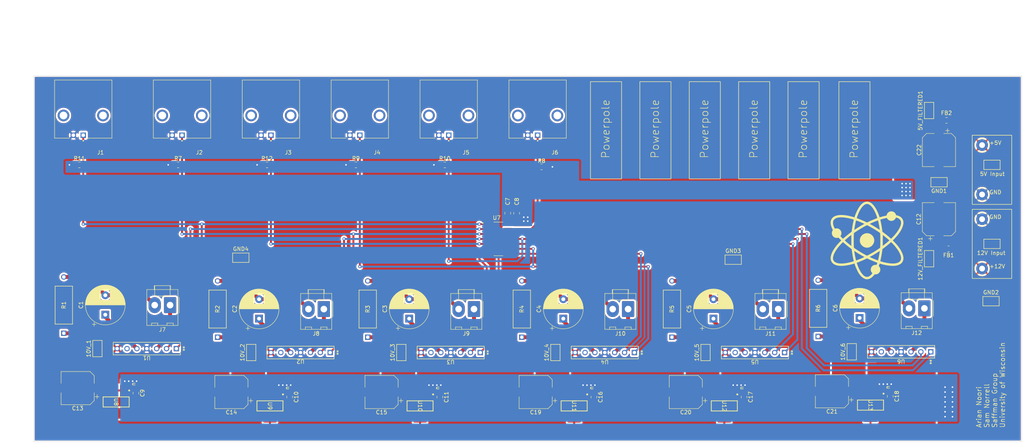
<source format=kicad_pcb>
(kicad_pcb (version 20221018) (generator pcbnew)
  (title_block (title "ShutterDriver_v2.0 PCB") (date "2023-12-06") (rev "1") (company "Saffman Group at UW-Madison") (comment 1 "Arian Noori"))
  (layers (0 "F.Cu" signal) (31 "B.Cu" signal) (34 "B.Paste" user) (35 "F.Paste" user) (36 "B.SilkS" user "B.Silkscreen") (37 "F.SilkS" user "F.Silkscreen") (38 "B.Mask" user) (39 "F.Mask" user) (44 "Edge.Cuts" user))
  (net 0 "")
  (net 1 "/H_Bridge_Out1")
  (net 2 "M1_OUT2")
  (net 3 "/H_Bridge_Out2")
  (net 4 "M2_OUT2")
  (net 5 "/H_Bridge_Out3")
  (net 6 "M3_OUT2")
  (net 7 "/H_Bridge_Out4")
  (net 8 "M4_OUT2")
  (net 9 "/H_Bridge_Out5")
  (net 10 "M5_OUT2")
  (net 11 "/H_Bridge_Out6")
  (net 12 "M6_OUT2")
  (net 13 "+5V")
  (net 14 "GND")
  (net 15 "12V_Filtered")
  (net 16 "10V_1")
  (net 17 "10V_2")
  (net 18 "10V_3")
  (net 19 "10V_4")
  (net 20 "10V_5")
  (net 21 "10V_6")
  (net 22 "/Power/12V_Raw")
  (net 23 "/Power/5V_Raw")
  (net 24 "IN1")
  (net 25 "IN2")
  (net 26 "IN3")
  (net 27 "IN4")
  (net 28 "IN5")
  (net 29 "IN6")
  (net 30 "M1_OUT1")
  (net 31 "M2_OUT1")
  (net 32 "M3_OUT1")
  (net 33 "M4_OUT1")
  (net 34 "M5_OUT1")
  (net 35 "M6_OUT1")
  (net 36 "INV_IN1")
  (net 38 "INV_IN2")
  (net 40 "INV_IN3")
  (net 42 "INV_IN4")
  (net 44 "INV_IN5")
  (net 46 "INV_IN6")
  (footprint "Capacitor_SMD:CP_Elec_8x11.9" (layer "F.Cu") (at 111.379 140.589 180)
    (fp_text reference "C15")
    (fp_text value "330 uF")
  )
  (footprint "Capacitor_SMD:C_0805_2012Metric_Pad1.18x1.45mm_HandSolder" (layer "F.Cu") (at 143.829 94.5935 90)
    (fp_text reference "C7")
    (fp_text value "0.01uF")
  )
  (footprint "FMP200FRF52_220R:YAG_FMP200_YAG" (layer "F.Cu") (at 186.055 126.492 90)
    (fp_text reference "R5")
    (fp_text value "220 Ohms")
  )
  (footprint "FMP200FRF52_220R:YAG_FMP200_YAG" (layer "F.Cu") (at 69.215 126.492 90)
    (fp_text reference "R2")
    (fp_text value "220 Ohms")
  )
  (footprint "Connector_Molex:Molex_KK-396_A-41791-0002_1x02_P3.96mm_Vertical" (layer "F.Cu") (at 250.975 119.0625 180)
    (fp_text reference "J12")
    (fp_text value "Conn_01x02_Pin")
  )
  (footprint "Connector_Molex:Molex_KK-396_A-41791-0002_1x02_P3.96mm_Vertical" (layer "F.Cu") (at 96.543 119.253 180)
    (fp_text reference "J8")
    (fp_text value "Conn_01x02_Pin")
  )
  (footprint "FMP200FRF52_220R:YAG_FMP200_YAG" (layer "F.Cu") (at 147.447 126.492 90)
    (fp_text reference "R4")
    (fp_text value "220 Ohms")
  )
  (footprint "Capacitor_SMD:CP_Elec_8x11.9" (layer "F.Cu") (at 254.716 96.139 90)
    (fp_text reference "C12")
    (fp_text value "330 uF")
  )
  (footprint "Capacitor_SMD:CP_Elec_8x11.9" (layer "F.Cu") (at 151.003 140.589 180)
    (fp_text reference "C19")
    (fp_text value "330 uF")
  )
  (footprint "Capacitor_SMD:CP_Elec_8x11.9" (layer "F.Cu") (at 254.716 78.359 -90)
    (fp_text reference "C22")
    (fp_text value "330 uF")
  )
  (footprint "TestPoint:TestPoint_Keystone_5019_Minature" (layer "F.Cu") (at 201.803 106.553)
    (fp_text reference "GND3")
    (fp_text value "TestPoint")
  )
  (footprint "Capacitor_SMD:C_0805_2012Metric_Pad1.18x1.45mm_HandSolder" (layer "F.Cu") (at 146.115 94.615 90)
    (fp_text reference "C8")
    (fp_text value "0.1uF")
  )
  (footprint "Resistor_SMD:R_0805_2012Metric_Pad1.20x1.40mm_HandSolder" (layer "F.Cu") (at 257.191 103.759 180)
    (fp_text reference "FB1")
    (fp_text value "120 Ohms @ 100MHz 6A")
  )
  (footprint "LM2940IMP_10_NOPB:DCY0004A_M" (layer "F.Cu") (at 160.909 144.145 -90)
    (fp_text reference "U11")
    (fp_text value "LM2940IMP-10/NOPB")
  )
  (footprint "Resistor_SMD:R_0805_2012Metric_Pad1.20x1.40mm_HandSolder" (layer "F.Cu") (at 81.931 82.169)
    (fp_text reference "R12")
    (fp_text value "1K Ohms")
  )
  (footprint "Capacitor_SMD:C_0805_2012Metric_Pad1.18x1.45mm_HandSolder" (layer "F.Cu") (at 165.989 141.8805 -90)
    (fp_text reference "C16")
    (fp_text value "0.47uF")
  )
  (footprint "Connector_Pin:Pin_D1.3mm_L11.0mm_LooseFit" (layer "F.Cu") (at 265.811 96.139 90)
    (fp_text reference "J14" hide)
    (fp_text value "Conn_01x01_Socket")
  )
  (footprint "LM2940IMP_10_NOPB:DCY0004A_M" (layer "F.Cu") (at 43.134 143.129 -90)
    (fp_text reference "U8")
    (fp_text value "LM2940IMP-10/NOPB")
  )
  (footprint "Capacitor_THT:CP_Radial_D10.0mm_P5.00mm" (layer "F.Cu") (at 196.723 121.713 90)
    (fp_text reference "C5")
    (fp_text value "220uF")
  )
  (footprint "CONBNC002:LINX_CONBNC002" (layer "F.Cu") (at 82.931 69.469 180)
    (fp_text reference "J3")
    (fp_text value "Conn_Coaxial")
  )
  (footprint "Capacitor_SMD:CP_Elec_8x11.9" (layer "F.Cu") (at 72.771 140.589 180)
    (fp_text reference "C14")
    (fp_text value "330 uF")
  )
  (footprint "Capacitor_SMD:CP_Elec_8x11.9" (layer "F.Cu") (at 33.228 139.573 180)
    (fp_text reference "C13")
    (fp_text value "330 uF")
  )
  (footprint "Connector_Molex:Molex_KK-396_A-41791-0002_1x02_P3.96mm_Vertical" (layer "F.Cu") (at 57 118.237 180)
    (fp_text reference "J7")
    (fp_text value "Conn_01x02_Pin")
  )
  (footprint "Capacitor_THT:CP_Radial_D10.0mm_P5.00mm" (layer "F.Cu") (at 234.315 121.5225 90)
    (fp_text reference "C6")
    (fp_text value "220uF")
  )
  (footprint "TestPoint:TestPoint_Keystone_5019_Minature" (layer "F.Cu") (at 252.176 106.299 90)
    (fp_text reference "12V_FILTERED1")
    (fp_text value "TestPoint")
  )
  (footprint "Capacitor_THT:CP_Radial_D10.0mm_P5.00mm" (layer "F.Cu") (at 118.491 121.713 90)
    (fp_text reference "C3")
    (fp_text value "220uF")
  )
  (footprint "Capacitor_THT:CP_Radial_D10.0mm_P5.00mm" (layer "F.Cu") (at 79.883 121.713 90)
    (fp_text reference "C2")
    (fp_text value "220uF")
  )
  (footprint "LM2940IMP_10_NOPB:DCY0004A_M" (layer "F.Cu") (at 121.285 144.145 -90)
    (fp_text reference "U10")
    (fp_text value "LM2940IMP-10/NOPB")
  )
  (footprint "Resistor_SMD:R_0805_2012Metric_Pad1.20x1.40mm_HandSolder" (layer "F.Cu") (at 127.651 82.169)
    (fp_text reference "R10")
    (fp_text value "1K Ohms")
  )
  (footprint "TestPoint:TestPoint_Keystone_5019_Minature" (layer "F.Cu") (at 252.176 68.199 90)
    (fp_text reference "5V_FILTERED1")
    (fp_text value "TestPoint")
  )
  (footprint "TB6568KQ_8:HSIP7-P-2p54A_TOS" (layer "F.Cu") (at 136.779 130.429 180)
    (fp_text reference "U3")
    (fp_text value "TB6568KQ_8")
  )
  (footprint "FMP200FRF52_220R:YAG_FMP200_YAG" (layer "F.Cu") (at 107.823 126.492 90)
    (fp_text reference "R3")
    (fp_text value "220 Ohms")
  )
  (footprint "TestPoint:TestPoint_Keystone_5019_Minature" (layer "F.Cu") (at 268.351 82.169 180)
    (fp_text reference "5V_RAW1" hide)
    (fp_text value "TestPoint")
  )
  (footprint "CONBNC002:LINX_CONBNC002" (layer "F.Cu") (at 151.511 69.469 180)
    (fp_text reference "J6")
    (fp_text value "Conn_Coaxial")
  )
  (footprint "TB6568KQ_8:HSIP7-P-2p54A_TOS" (layer "F.Cu") (at 215.011 130.429 180)
    (fp_text reference "U5")
    (fp_text value "TB6568KQ_8")
  )
  (footprint "TestPoint:TestPoint_Keystone_5019_Minature" (layer "F.Cu") (at 116.459 130.429 90)
    (fp_text reference "10V_3")
    (fp_text value "TestPoint")
  )
  (footprint "LM2940IMP_10_NOPB:DCY0004A_M" (layer "F.Cu") (at 199.517 144.145 -90)
    (fp_text reference "U12")
    (fp_text value "LM2940IMP-10/NOPB")
  )
  (footprint "Resistor_SMD:R_0805_2012Metric_Pad1.20x1.40mm_HandSolder" (layer "F.Cu") (at 152.511 82.677 180)
    (fp_text reference "R8")
    (fp_text value "1K Ohms")
  )
  (footprint "SN74LS06DR:SOIC127P600X175-14N" (layer "F.Cu") (at 141.416 101.219)
    (fp_text reference "U7")
    (fp_text value "SN74LS06DR")
  )
  (footprint "Capacitor_SMD:C_0805_2012Metric_Pad1.18x1.45mm_HandSolder" (layer "F.Cu") (at 242.189 141.69 -90)
    (fp_text reference "C18")
    (fp_text value "0.47uF")
  )
  (footprint "TestPoint:TestPoint_Keystone_5019_Minature" (layer "F.Cu") (at 194.691 130.429 90)
    (fp_text reference "10V_5")
    (fp_text value "TestPoint")
  )
  (footprint "Connector_Molex:Molex_KK-396_A-41791-0002_1x02_P3.96mm_Vertical" (layer "F.Cu") (at 213.383 119.253 180)
    (fp_text reference "J11")
    (fp_text value "Conn_01x02_Pin")
  )
  (footprint "FMP200FRF52_220R:YAG_FMP200_YAG" (layer "F.Cu") (at 223.647 126.3015 90)
    (fp_text reference "R6")
    (fp_text value "220 Ohms")
  )
  (footprint "TestPoint:TestPoint_Keystone_5019_Minature" (layer "F.Cu") (at 254.742858 86.625798 180)
    (fp_text reference "GND1")
    (fp_text value "TestPoint")
  )
  (footprint "Connector_Molex:Molex_KK-396_A-41791-0002_1x02_P3.96mm_Vertical" (layer "F.Cu") (at 174.775 119.253 180)
    (fp_text reference "J10")
    (fp_text value "Conn_01x02_Pin")
  )
  (footprint "Capacitor_SMD:CP_Elec_8x11.9" (layer "F.Cu") (at 227.203 140.3985 180)
    (fp_text reference "C21")
    (fp_text value "330 uF")
  )
  (footprint "TB6568KQ_8:HSIP7-P-2p54A_TOS" (layer "F.Cu") (at 58.628 129.413 180)
    (fp_text reference "U1")
    (fp_text value "TB6568KQ_8")
  )
  (footprint "Connector_Pin:Pin_D1.3mm_L11.0mm_LooseFit" (layer "F.Cu") (at 265.811 89.789 90)
    (fp_text reference "J16" hide)
    (fp_text value "Conn_01x01_Socket")
  )
  (footprint "LOGO" (layer "F.Cu") (at 236.22 101.6)
    (fp_text reference "G***" hide)
    (fp_text value "LOGO" hide)
  )
  (footprint "TestPoint:TestPoint_Keystone_5019_Minature" (layer "F.Cu") (at 232.283 130.2385 90)
    (fp_text reference "10V_6")
    (fp_text value "TestPoint")
  )
  (footprint "TestPoint:TestPoint_Keystone_5019_Minature" (layer "F.Cu") (at 38.308 129.413 90)
    (fp_text reference "10V_1")
    (fp_text value "TestPoint")
  )
  (footprint "Capacitor_SMD:C_0805_2012Metric_Pad1.18x1.45mm_HandSolder" (layer "F.Cu") (at 48.214 140.8645 -90)
    (fp_text reference "C9")
    (fp_text value "0.47uF")
  )
  (footprint "Resistor_SMD:R_0805_2012Metric_Pad1.20x1.40mm_HandSolder" (layer "F.Cu") (at 59.071 82.169)
    (fp_text reference "R7")
    (fp_text value "1K Ohms")
  )
  (footprint "TestPoint:TestPoint_Keystone_5019_Minature" (layer "F.Cu") (at 268.351 102.489 180)
    (fp_text reference "12V_RAW1" hide)
    (fp_text value "TestPoint")
  )
  (footprint "Connector_Pin:Pin_D1.3mm_L11.0mm_LooseFit" (layer "F.Cu") (at 265.811 77.089 90)
    (fp_text reference "J15" hide)
    (fp_text value "Conn_01x01_Socket")
  )
  (footprint "CONBNC002:LINX_CONBNC002" (layer "F.Cu") (at 34.671 69.469 180)
    (fp_text reference "J1")
    (fp_text value "Conn_Coaxial")
  )
  (footprint "CONBNC002:LINX_CONBNC002" (layer "F.Cu") (at 128.651 69.469 180)
    (fp_text reference "J5")
    (fp_text value "Conn_Coaxial")
  )
  (footprint "Resistor_SMD:R_0805_2012Metric_Pad1.20x1.40mm_HandSolder" (layer "F.Cu") (at 33.671 82.169)
    (fp_text reference "R11")
    (fp_text value "1K Ohms")
  )
  (footprint "TestPoint:TestPoint_Keystone_5019_Minature" (layer "F.Cu") (at 75.184 106.045)
    (fp_text reference "GND4")
    (fp_text value "TestPoint")
  )
  (footprint "Connector_Pin:Pin_D1.3mm_L11.0mm_LooseFit" (layer "F.Cu") (at 265.811 108.839 90)
    (fp_text reference "J13" hide)
    (fp_text value "Conn_01x01_Socket")
  )
  (footprint "TB6568KQ_8:HSIP7-P-2p54A_TOS" (layer "F.Cu") (at 176.403 130.429 180)
    (fp_text reference "U4")
    (fp_text value "TB6568KQ_8")
  )
  (footprint "Capacitor_SMD:CP_Elec_8x11.9" (layer "F.Cu") (at 189.611 140.589 180)
    (fp_text reference "C20")
    (fp_text value "330 uF")
  )
  (footprint "Capacitor_SMD:C_0805_2012Metric_Pad1.18x1.45mm_HandSolder" (layer "F.Cu") (at 87.757 141.8805 -90)
    (fp_text reference "C10")
    (fp_text value "0.47uF")
  )
  (footprint "Resistor_SMD:R_0805_2012Metric_Pad1.20x1.40mm_HandSolder" (layer "F.Cu") (at 104.791 82.169)
    (fp_text reference "R9")
    (fp_text value "1K Ohms")
  )
  (footprint "Capacitor_THT:CP_Radial_D10.0mm_P5.00mm" (layer "F.Cu") (at 158.115 121.713 90)
    (fp_text reference "C4")
    (fp_text value "220uF")
  )
  (footprint "LM2940IMP_10_NOPB:DCY0004A_M" (layer "F.Cu") (at 82.677 144.145 -90)
    (fp_text reference "U9")
    (fp_text value "LM2940IMP-10/NOPB")
  )
  (footprint "TB6568KQ_8:HSIP7-P-2p54A_TOS" (layer "F.Cu") (at 252.603 130.2385 180)
    (fp_text reference "U6")
    (fp_text value "TB6568KQ_8")
  )
  (footprint "CONBNC002:LINX_CONBNC002" (layer "F.Cu") (at 60.071 69.469 180)
    (fp_text reference "J2")
    (fp_text value "Conn_Coaxial")
  )
  (footprint "Connector_Molex:Molex_KK-396_A-41791-0002_1x02_P3.96mm_Vertical" (layer "F.Cu") (at 135.151 119.253 180)
    (fp_text reference "J9")
    (fp_text value "Conn_01x02_Pin")
  )
  (footprint "TB6568KQ_8:HSIP7-P-2p54A_TOS" (layer "F.Cu") (at 98.171 130.429 180)
    (fp_text reference "U2")
    (fp_text value "TB6568KQ_8")
  )
  (footprint "Capacitor_THT:CP_Radial_D10.0mm_P5.00mm" (layer "F.Cu") (at 40.34 120.697 90)
    (fp_text reference "C1")
    (fp_text value "220uF")
  )
  (footprint "TestPoint:TestPoint_Keystone_5019_Minature" (layer "F.Cu") (at 268.097 117.221)
    (fp_text reference "GND2")
    (fp_text value "TestPoint")
  )
  (footprint "TestPoint:TestPoint_Keystone_5019_Minature" (layer "F.Cu") (at 156.083 130.429 90)
    (fp_text reference "10V_4")
    (fp_text value "TestPoint")
  )
  (footprint "Capacitor_SMD:C_0805_2012Metric_Pad1.18x1.45mm_HandSolder" (layer "F.Cu") (at 204.597 141.8805 -90)
    (fp_text reference "C17")
    (fp_text value "0.47uF")
  )
  (footprint "CONBNC002:LINX_CONBNC002" (layer "F.Cu") (at 105.791 69.469 180)
    (fp_text reference "J4")
    (fp_text value "Conn_Coaxial")
  )
  (footprint "Resistor_SMD:R_0805_2012Metric_Pad1.20x1.40mm_HandSolder" (layer "F.Cu") (at 256.651 70.739 180)
    (fp_text reference "FB2")
    (fp_text value "1K Ohms @ 100MHz 1A")
  )
  (footprint "TestPoint:TestPoint_Keystone_5019_Minature" (layer "F.Cu") (at 77.851 130.429 90)
    (fp_text reference "10V_2")
    (fp_text value "TestPoint")
  )
  (footprint "FMP200FRF52_220R:YAG_FMP200_YAG" (layer "F.Cu") (at 29.672 125.476 90)
    (fp_text reference "R1")
    (fp_text value "220 Ohms")
  )
  (footprint "Capacitor_SMD:C_0805_2012Metric_Pad1.18x1.45mm_HandSolder" (layer "F.Cu") (at 126.365 141.8805 -90)
    (fp_text reference "C11")
    (fp_text value "0.47uF")
  )
  (footprint "LM2940IMP_10_NOPB:DCY0004A_M" (layer "F.Cu") (at 237.109 143.9545 -90)
    (fp_text reference "U13")
    (fp_text value "LM2940IMP-10/NOPB")
  )
  (gr_rect (start 203.201 60.779) (end 211.201 85.779) (stroke (width 0.15)) (fill none) (layer "F.SilkS"))
  (gr_rect (start 177.801 60.779) (end 185.801 85.779) (stroke (width 0.15)) (fill none) (layer "F.SilkS"))
  (gr_rect (start 228.981 60.779) (end 236.981 85.779) (stroke (width 0.15)) (fill none) (layer "F.SilkS"))
  (gr_rect (start 165.101 60.779) (end 173.101 85.779) (stroke (width 0.15)) (fill none) (layer "F.SilkS"))
  (gr_rect (start 190.501 60.779) (end 198.501 85.779) (stroke (width 0.15)) (fill none) (layer "F.SilkS"))
  (gr_rect (start 263.271 93.599) (end 273.431 111.379) (stroke (width 0.15)) (fill none) (layer "F.SilkS"))
  (gr_rect (start 263.271 74.549) (end 273.431 92.329) (stroke (width 0.15)) (fill none) (layer "F.SilkS"))
  (gr_rect (start 215.901 60.779) (end 223.901 85.779) (stroke (width 0.15)) (fill none) (layer "F.SilkS"))
  (gr_rect locked (start 21.971 59.309) (end 275.971 153.289) (stroke (width 0.1)) (fill none) (layer "Edge.Cuts"))
  (gr_text "Powerpole" (at 182.86717 80.641876 90) (layer "F.SilkS") (effects (font (size 2 2)) (justify left bottom)))
  (gr_text "12V Input" (at 264.414 105.41) (layer "F.SilkS") (effects (font (size 1 1)) (justify left bottom)))
  (gr_text "Powerpole" (at 208.26717 80.641876 90) (layer "F.SilkS") (effects (font (size 2 2)) (justify left bottom)))
  (gr_text "5V Input" (at 265.176 85.09) (layer "F.SilkS") (effects (font (size 1 1)) (justify left bottom)))
  (gr_text "Powerpole" (at 170.16717 80.641876 90) (layer "F.SilkS") (effects (font (size 2 2)) (justify left bottom)))
  (gr_text "Arian Noori\nSam Norrell\nSaffman Group\nUniversity of Wisconsin" (at 271.78 149.86 90) (layer "F.SilkS") (effects (font (size 1.25 1.25)) (justify left bottom)))
  (gr_text "Powerpole" (at 220.96717 80.641876 90) (layer "F.SilkS") (effects (font (size 2 2)) (justify left bottom)))
  (gr_text "Powerpole" (at 195.56717 80.641876 90) (layer "F.SilkS") (effects (font (size 2 2)) (justify left bottom)))
  (gr_text "+5V" (at 267.611694 77.089) (layer "F.SilkS") (effects (font (size 1 1)) (justify left bottom)))
  (gr_text "GND" (at 267.611694 96.139) (layer "F.SilkS") (effects (font (size 1 1)) (justify left bottom)))
  (gr_text "GND" (at 267.611694 89.789) (layer "F.SilkS") (effects (font (size 1 1)) (justify left bottom)))
  (gr_text "Powerpole" (at 234.04717 80.641876 90) (layer "F.SilkS") (effects (font (size 2 2)) (justify left bottom)))
  (gr_text "+12V" (at 267.611694 108.839) (layer "F.SilkS") (effects (font (size 1 1)) (justify left bottom)))
  (segment (start 48.468 129.413) (end 40.34 121.285) (width 1) (layer "F.Cu") (net 1))
  (segment (start 48.468 129.413) (end 44.531 125.476) (width 1) (layer "F.Cu") (net 1))
  (segment (start 44.531 125.476) (end 29.672 125.476) (width 1) (layer "F.Cu") (net 1))
  (segment (start 40.34 121.285) (end 40.34 120.697) (width 1) (layer "F.Cu") (net 1))
  (segment (start 40.34 115.697) (end 50.5 115.697) (width 1) (layer "F.Cu") (net 2))
  (segment (start 35.641 110.998) (end 29.672 110.998) (width 1) (layer "F.Cu") (net 2))
  (segment (start 50.5 115.697) (end 53.04 118.237) (width 1) (layer "F.Cu") (net 2))
  (segment (start 40.34 115.697) (end 35.641 110.998) (width 1) (layer "F.Cu") (net 2))
  (segment (start 88.011 130.429) (end 84.074 126.492) (width 1) (layer "F.Cu") (net 3))
  (segment (start 84.074 126.492) (end 69.215 126.492) (width 1) (layer "F.Cu") (net 3))
  (segment (start 79.883 122.301) (end 79.883 121.713) (width 1) (layer "F.Cu") (net 3))
  (segment (start 88.011 130.429) (end 79.883 122.301) (width 1) (layer "F.Cu") (net 3))
  (segment (start 90.043 116.713) (end 92.583 119.253) (width 1) (layer "F.Cu") (net 4))
  (segment (start 79.883 116.713) (end 90.043 116.713) (width 1) (layer "F.Cu") (net 4))
  (segment (start 79.883 116.713) (end 75.184 112.014) (width 1) (layer "F.Cu") (net 4))
  (segment (start 75.184 112.014) (end 69.215 112.014) (width 1) (layer "F.Cu") (net 4))
  (segment (start 122.682 126.492) (end 107.823 126.492) (width 1) (layer "F.Cu") (net 5))
  (segment (start 118.491 122.301) (end 118.491 121.713) (width 1) (layer "F.Cu") (net 5))
  (segment (start 126.619 130.429) (end 122.682 126.492) (width 1) (layer "F.Cu") (net 5))
  (segment (start 126.619 130.429) (end 118.491 122.301) (width 1) (layer "F.Cu") (net 5))
  (segment (start 113.792 112.014) (end 107.823 112.014) (width 1) (layer "F.Cu") (net 6))
  (segment (start 128.651 116.713) (end 131.191 119.253) (width 1) (layer "F.Cu") (net 6))
  (segment (start 118.491 116.713) (end 128.651 116.713) (width 1) (layer "F.Cu") (net 6))
  (segment (start 118.491 116.713) (end 113.792 112.014) (width 1) (layer "F.Cu") (net 6))
  (segment (start 166.243 130.429) (end 162.306 126.492) (width 1) (layer "F.Cu") (net 7))
  (segment (start 166.243 130.429) (end 158.115 122.301) (width 1) (layer "F.Cu") (net 7))
  (segment (start 162.306 126.492) (end 147.447 126.492) (width 1) (layer "F.Cu") (net 7))
  (segment (start 158.115 122.301) (end 158.115 121.713) (width 1) (layer "F.Cu") (net 7))
  (segment (start 158.115 116.713) (end 153.416 112.014) (width 1) (layer "F.Cu") (net 8))
  (segment (start 153.416 112.014) (end 147.447 112.014) (width 1) (layer "F.Cu") (net 8))
  (segment (start 158.115 116.713) (end 168.275 116.713) (width 1) (layer "F.Cu") (net 8))
  (segment (start 168.275 116.713) (end 170.815 119.253) (width 1) (layer "F.Cu") (net 8))
  (segment (start 196.723 122.301) (end 196.723 121.713) (width 1) (layer "F.Cu") (net 9))
  (segment (start 200.914 126.492) (end 186.055 126.492) (width 1) (layer "F.Cu") (net 9))
  (segment (start 204.851 130.429) (end 196.723 122.301) (width 1) (layer "F.Cu") (net 9))
  (segment (start 204.851 130.429) (end 200.914 126.492) (width 1) (layer "F.Cu") (net 9))
  (segment (start 206.883 116.713) (end 209.423 119.253) (width 1) (layer "F.Cu") (net 10))
  (segment (start 196.723 116.713) (end 206.883 116.713) (width 1) (layer "F.Cu") (net 10))
  (segment (start 192.024 112.014) (end 186.055 112.014) (width 1) (layer "F.Cu") (net 10))
  (segment (start 196.723 116.713) (end 192.024 112.014) (width 1) (layer "F.Cu") (net 10))
  (segment (start 238.506 126.3015) (end 223.647 126.3015) (width 1) (layer "F.Cu") (net 11))
  (segment (start 242.443 130.2385) (end 238.506 126.3015) (width 1) (layer "F.Cu") (net 11))
  (segment (start 242.443 130.2385) (end 234.315 122.1105) (width 1) (layer "F.Cu") (net 11))
  (segment (start 234.315 122.1105) (end 234.315 121.5225) (width 1) (layer "F.Cu") (net 11))
  (segment (start 244.475 116.5225) (end 247.015 119.0625) (width 1) (layer "F.Cu") (net 12))
  (segment (start 234.315 116.5225) (end 229.616 111.8235) (width 1) (layer "F.Cu") (net 12))
  (segment (start 234.315 116.5225) (end 244.475 116.5225) (width 1) (layer "F.Cu") (net 12))
  (segment (start 229.616 111.8235) (end 223.647 111.8235) (width 1) (layer "F.Cu") (net 12))
  (segment (start 143.829 97.347) (end 143.891 97.409) (width 0.5) (layer "F.Cu") (net 13))
  (segment (start 148.971 95.631) (end 147.955 95.631) (width 0.5) (layer "F.Cu") (net 13))
  (segment (start 254.716 70.739) (end 252.176 68.199) (width 1) (layer "F.Cu") (net 13))
  (segment (start 148.971 96.647) (end 147.955 96.647) (width 0.5) (layer "F.Cu") (net 13))
  (segment (start 255.651 70.739) (end 255.651 73.949) (width 1) (layer "F.Cu") (net 13))
  (segment (start 143.829 95.631) (end 143.829 97.347) (width 0.5) (layer "F.Cu") (net 13))
  (segment (start 146.115 95.6525) (end 143.8505 95.6525) (width 0.5) (layer "F.Cu") (net 13))
  (segment (start 32.671 82.169) (end 31.115 82.169) (width 0.5) (layer "F.Cu") (net 13))
  (segment (start 147.9335 95.6525) (end 147.955 95.631) (width 0.5) (layer "F.Cu") (net 13))
  (segment (start 147.955 95.631) (end 147.955 96.647) (width 0.5) (layer "F.Cu") (net 13))
  (segment (start 58.071 82.169) (end 56.515 82.169) (width 0.5) (layer "F.Cu") (net 13))
  (segment (start 255.651 73.949) (end 254.716 74.884) (width 1) (layer "F.Cu") (net 13))
  (segment (start 143.8505 95.6525) (end 143.829 95.631) (width 0.5) (layer "F.Cu") (net 13))
  (segment (start 146.115 95.6525) (end 147.9335 95.6525) (width 0.5) (layer "F.Cu") (net 13))
  (segment (start 126.651 82.169) (end 124.841 82.169) (width 0.5) (layer "F.Cu") (net 13))
  (segment (start 148.971 96.647) (end 148.971 95.631) (width 0.5) (layer "F.Cu") (net 13))
  (segment (start 153.511 82.677) (end 155.321 82.677) (width 0.5) (layer "F.Cu") (net 13))
  (segment (start 103.791 82.169) (end 102.235 82.169) (width 0.5) (layer "F.Cu") (net 13))
  (segment (start 80.931 82.169) (end 79.375 82.169) (width 0.5) (layer "F.Cu") (net 13))
  (segment (start 255.651 70.739) (end 254.716 70.739) (width 1) (layer "F.Cu") (net 13))
  (via (at 245.237 90.043) (size 0.8) (drill 0.4) (layers "F.Cu" "B.Cu") (net 13))
  (via (at 247.269 86.995) (size 0.8) (drill 0.4) (layers "F.Cu" "B.Cu") (net 13))
  (via (at 79.375 82.169) (size 0.8) (drill 0.4) (layers "F.Cu" "B.Cu") (net 13))
  (via (at 247.269 90.043) (size 0.8) (drill 0.4) (layers "F.Cu" "B.Cu") (net 13))
  (via (at 147.955 96.647) (size 0.8) (drill 0.4) (layers "F.Cu" "B.Cu") (net 13))
  (via (at 245.237 88.011) (size 0.8) (drill 0.4) (layers "F.Cu" "B.Cu") (net 13))
  (via (at 246.253 89.027) (size 0.8) (drill 0.4) (layers "F.Cu" "B.Cu") (net 13))
  (via (at 155.321 82.677) (size 0.8) (drill 0.4) (layers "F.Cu" "B.Cu") (net 13))
  (via (at 148.971 96.647) (size 0.8) (drill 0.4) (layers "F.Cu" "B.Cu") (net 13))
  (via (at 102.235 82.169) (size 0.8) (drill 0.4) (layers "F.Cu" "B.Cu") (net 13))
  (via (at 246.253 90.043) (size 0.8) (drill 0.4) (layers "F.Cu" "B.Cu") (net 13))
  (via (at 245.237 89.027) (size 0.8) (drill 0.4) (layers "F.Cu" "B.Cu") (net 13))
  (via (at 246.253 88.011) (size 0.8) (drill 0.4) (layers "F.Cu" "B.Cu") (net 13))
  (via (at 124.841 82.169) (size 0.8) (drill 0.4) (layers "F.Cu" "B.Cu") (net 13))
  (via (at 246.253 86.995) (size 0.8) (drill 0.4) (layers "F.Cu" "B.Cu") (net 13))
  (via (at 247.269 88.011) (size 0.8) (drill 0.4) (layers "F.Cu" "B.Cu") (net 13))
  (via (at 247.269 89.027) (size 0.8) (drill 0.4) (layers "F.Cu" "B.Cu") (net 13))
  (via (at 31.115 82.169) (size 0.8) (drill 0.4) (layers "F.Cu" "B.Cu") (net 13))
  (via (at 245.237 86.995) (size 0.8) (drill 0.4) (layers "F.Cu" "B.Cu") (net 13))
  (via (at 148.971 95.631) (size 0.8) (drill 0.4) (layers "F.Cu" "B.Cu") (net 13))
  (via (at 147.955 95.631) (size 0.8) (drill 0.4) (layers "F.Cu" "B.Cu") (net 13))
  (via (at 56.515 82.169) (size 0.8) (drill 0.4) (layers "F.Cu" "B.Cu") (net 13))
  (segment (start 48.214 139.827) (end 45.786001 139.827) (width 1) (layer "F.Cu") (net 15))
  (segment (start 87.757 140.843) (end 85.329001 140.843) (width 1) (layer "F.Cu") (net 15))
  (segment (start 126.365 140.843) (end 123.937001 140.843) (width 1) (layer "F.Cu") (net 15))
  (segment (start 165.989 140.843) (end 163.561001 140.843) (width 1) (layer "F.Cu") (net 15))
  (segment (start 202.169001 140.843) (end 201.817 141.195001) (width 1) (layer "F.Cu") (net 15))
  (segment (start 239.761001 140.6525) (end 239.409 141.004501) (width 1) (layer "F.Cu") (net 15))
  (segment (start 45.786001 139.827) (end 45.434 140.179001) (width 1) (layer "F.Cu") (net 15))
  (segment (start 163.561001 140.843) (end 163.209 141.195001) (width 1) (layer "F.Cu") (net 15))
  (segment (start 85.329001 140.843) (end 84.977 141.195001) (width 1) (layer "F.Cu") (net 15))
  (segment (start 204.597 140.843) (end 202.169001 140.843) (width 1) (layer "F.Cu") (net 15))
  (segment (start 123.937001 140.843) (end 123.585 141.195001) (width 1) (layer "F.Cu") (net 15))
  (segment (start 242.189 140.6525) (end 239.761001 140.6525) (width 1) (layer "F.Cu") (net 15))
  (via (at 204.851 138.811) (size 0.8) (drill 0.4) (layers "F.Cu" "B.Cu") (net 15))
  (via (at 258.191 139.319) (size 0.8) (drill 0.4) (layers "F.Cu" "B.Cu") (net 15))
  (via (at 123.571 138.811) (size 0.8) (drill 0.4) (layers "F.Cu" "B.Cu") (net 15))
  (via (at 84.963 138.811) (size 0.8) (drill 0.4) (layers "F.Cu" "B.Cu") (net 15))
  (via (at 163.195 138.811) (size 0.8) (drill 0.4) (layers "F.Cu" "B.Cu") (net 15))
  (via (at 258.191 141.859) (size 0.8) (drill 0.4) (layers "F.Cu" "B.Cu") (net 15))
  (via (at 201.803 138.811) (size 0.8) (drill 0.4) (layers "F.Cu" "B.Cu") (net 15))
  (via (at 256.286 139.319) (size 0.8) (drill 0.4) (layers "F.Cu" "B.Cu") (net 15))
  (via (at 256.286 145.669) (size 0.8) (drill 0.4) (layers "F.Cu" "B.Cu") (net 15))
  (via (at 241.427 138.557) (size 0.8) (drill 0.4) (layers "F.Cu" "B.Cu") (net 15))
  (via (at 45.339 137.795) (size 0.8) (drill 0.4) (layers "F.Cu" "B.Cu") (net 15))
  (via (at 258.191 144.399) (size 0.8) (drill 0.4) (layers "F.Cu" "B.Cu") (net 15))
  (via (at 203.835 138.811) (size 0.8) (drill 0.4) (layers "F.Cu" "B.Cu") (net 15))
  (via (at 85.979 138.811) (size 0.8) (drill 0.4) (layers "F.Cu" "B.Cu") (net 15))
  (via (at 48.387 137.795) (size 0.8) (drill 0.4) (layers "F.Cu" "B.Cu") (net 15))
  (via (at 166.243 138.811) (size 0.8) (drill 0.4) (layers "F.Cu" "B.Cu") (net 15))
  (via (at 256.286 140.589) (size 0.8) (drill 0.4) (layers "F.Cu" "B.Cu") (net 15))
  (via (at 258.191 143.129) (size 0.8) (drill 0.4) (layers "F.Cu" "B.Cu") (net 15))
  (via (at 46.355 137.795) (size 0.8) (drill 0.4) (layers "F.Cu" "B.Cu") (net 15))
  (via (at 256.286 141.859) (size 0.8) (drill 0.4) (layers "F.Cu" "B.Cu") (net 15))
  (via (at 256.286 143.129) (size 0.8) (drill 0.4) (layers "F.Cu" "B.Cu") (net 15))
  (via (at 126.619 138.811) (size 0.8) (drill 0.4) (layers "F.Cu" "B.Cu") (net 15))
  (via (at 86.995 138.811) (size 0.8) (drill 0.4) (layers "F.Cu" "B.Cu") (net 15))
  (via (at 258.191 145.669) (size 0.8) (drill 0.4) (layers "F.Cu" "B.Cu") (net 15))
  (via (at 125.603 138.811) (size 0.8) (drill 0.4) (layers "F.Cu" "B.Cu") (net 15))
  (via (at 258.191 146.939) (size 0.8) (drill 0.4) (layers "F.Cu" "B.Cu") (net 15))
  (via (at 47.371 137.795) (size 0.8) (drill 0.4) (layers "F.Cu" "B.Cu") (net 15))
  (via (at 124.587 138.811) (size 0.8) (drill 0.4) (layers "F.Cu" "B.Cu") (net 15))
  (via (at 88.011 138.811) (size 0.8) (drill 0.4) (layers "F.Cu" "B.Cu") (net 15))
  (via (at 239.395 138.557) (size 0.8) (drill 0.4) (layers "F.Cu" "B.Cu") (net 15))
  (via (at 165.227 138.811) (size 0.8) (drill 0.4) (layers "F.Cu" "B.Cu") (net 15))
  (via (at 240.411 138.557) (size 0.8) (drill 0.4) (layers "F.Cu" "B.Cu") (net 15))
  (via (at 258.191 140.589) (size 0.8) (drill 0.4) (layers "F.Cu" "B.Cu") (net 15))
  (via (at 256.286 146.939) (size 0.8) (drill 0.4) (layers "F.Cu" "B.Cu") (net 15))
  (via (at 164.211 138.811) (size 0.8) (drill 0.4) (layers "F.Cu" "B.Cu") (net 15))
  (via (at 242.443 138.557) (size 0.8) (drill 0.4) (layers "F.Cu" "B.Cu") (net 15))
  (via (at 256.286 144.399) (size 0.8) (drill 0.4) (layers "F.Cu" "B.Cu") (net 15))
  (via (at 202.819 138.811) (size 0.8) (drill 0.4) (layers "F.Cu" "B.Cu") (net 15))
  (segment (start 65.151 122.89) (end 58.628 129.413) (width 0.5) (layer "F.Cu") (net 24))
  (segment (start 34.671 82.169) (end 34.671 97.409) (width 0.5) (layer "F.Cu") (net 24))
  (segment (start 138.941 97.409) (end 136.525 97.409) (width 0.5) (layer "F.Cu") (net 24))
  (segment (start 34.671 74.549) (end 34.671 82.169) (width 0.5) (layer "F.Cu") (net 24))
  (segment (start 65.151 97.409) (end 65.151 122.89) (width 0.5) (layer "F.Cu") (net 24))
  (via (at 136.525 97.409) (size 0.8) (drill 0.4) (layers "F.Cu" "B.Cu") (net 24))
  (via (at 34.671 97.409) (size 0.8) (drill 0.4) (layers "F.Cu" "B.Cu") (net 24))
  (via (at 65.151 97.409) (size 0.8) (drill 0.4) (layers "F.Cu" "B.Cu") (net 24))
  (segment (start 65.151 97.409) (end 136.525 97.409) (width 0.5) (layer "B.Cu") (net 24))
  (segment (start 34.671 97.409) (end 65.151 97.409) (width 0.5) (layer "B.Cu") (net 24))
  (segment (start 104.14 124.46) (end 98.171 130.429) (width 0.5) (layer "F.Cu") (net 25))
  (segment (start 104.14 99.949) (end 104.14 124.46) (width 0.5) (layer "F.Cu") (net 25))
  (segment (start 138.941 99.949) (end 136.525 99.949) (width 0.5) (layer "F.Cu") (net 25))
  (segment (start 60.071 74.549) (end 60.071 82.169) (width 0.5) (layer "F.Cu") (net 25))
  (segment (start 60.071 82.169) (end 60.071 99.949) (width 0.5) (layer "F.Cu") (net 25))
  (via (at 136.525 99.949) (size 0.8) (drill 0.4) (layers "F.Cu" "B.Cu") (net 25))
  (via (at 60.071 99.949) (size 0.8) (drill 0.4) (layers "F.Cu" "B.Cu") (net 25))
  (via (at 104.14 99.949) (size 0.8) (drill 0.4) (layers "F.Cu" "B.Cu") (net 25))
  (segment (start 136.525 99.949) (end 104.14 99.949) (width 0.5) (layer "B.Cu") (net 25))
  (segment (start 104.14 99.949) (end 60.071 99.949) (width 0.5) (layer "B.Cu") (net 25))
  (segment (start 141.478 125.73) (end 141.478 103.886) (width 0.5) (layer "F.Cu") (net 26))
  (segment (start 141.478 103.886) (end 140.081 102.489) (width 0.5) (layer "F.Cu") (net 26))
  (segment (start 82.931 82.169) (end 82.931 102.489) (width 0.5) (layer "F.Cu") (net 26))
  (segment (start 82.931 74.549) (end 82.931 82.169) (width 0.5) (layer "F.Cu") (net 26))
  (segment (start 136.779 130.429) (end 141.478 125.73) (width 0.5) (layer "F.Cu") (net 26))
  (segment (start 138.941 102.489) (end 136.525 102.489) (width 0.5) (layer "F.Cu") (net 26))
  (segment (start 140.081 102.489) (end 138.941 102.489) (width 0.5) (layer "F.Cu") (net 26))
  (via (at 82.931 102.489) (size 0.8) (drill 0.4) (layers "F.Cu" "B.Cu") (net 26))
  (via (at 136.525 102.489) (size 0.8) (drill 0.4) (layers "F.Cu" "B.Cu") (net 26))
  (segment (start 136.525 102.489) (end 82.931 102.489) (width 0.5) (layer "B.Cu") (net 26))
  (segment (start 179.959 108.331) (end 150.368 108.331) (width 0.5) (layer "F.Cu") (net 27))
  (segment (start 143.891 103.759) (end 146.304 103.759) (width 0.5) (layer "F.Cu") (net 27))
  (segment (start 105.791 74.549) (end 105.791 82.169) (width 0.5) (layer "F.Cu") (net 27))
  (segment (start 105.791 82.169) (end 105.791 108.331) (width 0.5) (layer "F.Cu") (net 27))
  (segment (start 146.304 103.759) (end 150.368 103.759) (width 0.5) (layer "F.Cu") (net 27))
  (via (at 179.959 108.331) (size 0.8) (drill 0.4) (layers "F.Cu" "B.Cu") (net 27))
  (via (at 105.791 108.331) (size 0.8) (drill 0.4) (layers "F.Cu" "B.Cu") (net 27))
  (via (at 150.368 103.759) (size 0.8) (drill 0.4) (layers "F.Cu" "B.Cu") (net 27))
  (via (at 150.368 108.331) (size 0.8) (drill 0.4) (layers "F.Cu" "B.Cu") (net 27))
  (segment (start 105.791 108.331) (end 150.368 108.331) (width 0.5) (layer "B.Cu") (net 27))
  (segment (start 150.368 103.759) (end 150.368 108.331) (width 0.5) (layer "B.Cu") (net 27))
  (segment (start 179.959 126.873) (end 179.959 108.331) (width 0.5) (layer "B.Cu") (net 27))
  (segment (start 176.403 130.429) (end 179.959 126.873) (width 0.5) (layer "B.Cu") (net 27))
  (segment (start 128.651 82.169) (end 128.651 106.934) (width 0.5) (layer "F.Cu") (net 28))
  (segment (start 147.574 101.219) (end 218.313 101.219) (width 0.5) (layer "F.Cu") (net 28))
  (segment (start 128.651 74.549) (end 128.651 82.169) (width 0.5) (layer "F.Cu") (net 28))
  (segment (start 143.891 101.219) (end 147.574 101.219) (width 0.5) (layer "F.Cu") (net 28))
  (via (at 218.313 101.219) (size 0.8) (drill 0.4) (layers "F.Cu" "B.Cu") (net 28))
  (via (at 128.651 106.934) (size 0.8) (drill 0.4) (layers "F.Cu" "B.Cu") (net 28))
  (via (at 147.574 101.219) (size 0.8) (drill 0.4) (layers "F.Cu" "B.Cu") (net 28))
  (segment (start 147.574 105.664) (end 146.304 106.934) (width 0.5) (layer "B.Cu") (net 28))
  (segment (start 147.574 101.219) (end 147.574 105.664) (width 0.5) (layer "B.Cu") (net 28))
  (segment (start 146.304 106.934) (end 128.651 106.934) (width 0.5) (layer "B.Cu") (net 28))
  (segment (start 218.313 101.219) (end 218.313 127.127) (width 0.5) (layer "B.Cu") (net 28))
  (segment (start 218.313 127.127) (end 215.011 130.429) (width 0.5) (layer "B.Cu") (net 28))
  (segment (start 149.86 98.679) (end 153.162 98.679) (width 0.5) (layer "F.Cu") (net 29))
  (segment (start 151.511 74.549) (end 151.511 82.677) (width 0.5) (layer "F.Cu") (net 29))
  (segment (start 151.511 97.028) (end 149.86 98.679) (width 0.5) (layer "F.Cu") (net 29))
  (segment (start 151.511 82.677) (end 151.511 97.028) (width 0.5) (layer "F.Cu") (net 29))
  (segment (start 143.891 98.679) (end 149.86 98.679) (width 0.5) (layer "F.Cu") (net 29))
  (segment (start 153.162 98.679) (end 219.456 98.679) (width 0.5) (layer "F.Cu") (net 29))
  (segment (start 151.511 97.028) (end 153.162 98.679) (width 0.5) (layer "F.Cu") (net 29))
  (via (at 219.456 98.679) (size 0.8) (drill 0.4) (layers "F.Cu" "B.Cu") (net 29))
  (segment (start 252.603 130.2385) (end 252.603 130.429) (width 0.5) (layer "B.Cu") (net 29))
  (segment (start 219.456 129.413) (end 219.456 98.679) (width 0.5) (layer "B.Cu") (net 29))
  (segment (start 248.031 135.001) (end 225.044 135.001) (width 0.5) (layer "B.Cu") (net 29))
  (segment (start 252.603 130.429) (end 248.031 135.001) (width 0.5) (layer "B.Cu") (net 29))
  (segment (start 225.044 135.001) (end 219.456 129.413) (width 0.5) (layer "B.Cu") (net 29))
  (segment (start 53.548 129.413) (end 57 125.961) (width 1) (layer "F.Cu") (net 30))
  (segment (start 57 125.961) (end 57 118.237) (width 1) (layer "F.Cu") (net 30))
  (segment (start 93.091 130.429) (end 96.543 126.977) (width 1) (layer "F.Cu") (net 31))
  (segment (start 96.543 126.977) (end 96.543 119.253) (width 1) (layer "F.Cu") (net 31))
  (segment (start 131.699 130.429) (end 135.151 126.977) (width 1) (layer "F.Cu") (net 32))
  (segment (start 135.151 126.977) (end 135.151 119.253) (width 1) (layer "F.Cu") (net 32))
  (segment (start 171.323 130.429) (end 174.775 126.977) (width 1) (layer "F.Cu") (net 33))
  (segment (start 174.775 126.977) (end 174.775 119.253) (width 1) (layer "F.Cu") (net 33))
  (segment (start 213.383 126.977) (end 213.383 119.253) (width 1) (layer "F.Cu") (net 34))
  (segment (start 209.931 130.429) (end 213.383 126.977) (width 1) (layer "F.Cu") (net 34))
  (segment (start 247.523 130.2385) (end 250.975 126.7865) (width 1) (layer "F.Cu") (net 35))
  (segment (start 250.975 126.7865) (end 250.975 119.0625) (width 1) (layer "F.Cu") (net 35))
  (segment (start 138.941 98.679) (end 136.525 98.679) (width 0.5) (layer "F.Cu") (net 36))
  (segment (start 62.23 98.679) (end 62.23 123.271) (width 0.5) (layer "F.Cu") (net 36))
  (segment (start 62.23 123.271) (end 56.088 129.413) (width 0.5) (layer "F.Cu") (net 36))
  (via (at 136.525 98.679) (size 0.8) (drill 0.4) (layers "F.Cu" "B.Cu") (net 36))
  (via (at 62.23 98.679) (size 0.8) (drill 0.4) (layers "F.Cu" "B.Cu") (net 36))
  (segment (start 136.525 98.679) (end 62.23 98.679) (width 0.5) (layer "B.Cu") (net 36))
  (segment (start 138.941 101.219) (end 136.525 101.219) (width 0.5) (layer "F.Cu") (net 38))
  (segment (start 101.727 101.219) (end 101.727 124.333) (width 0.5) (layer "F.Cu") (net 38))
  (segment (start 101.727 124.333) (end 95.631 130.429) (width 0.5) (layer "F.Cu") (net 38))
  (via (at 136.525 101.219) (size 0.8) (drill 0.4) (layers "F.Cu" "B.Cu") (net 38))
  (via (at 101.727 101.219) (size 0.8) (drill 0.4) (layers "F.Cu" "B.Cu") (net 38))
  (segment (start 136.525 101.219) (end 101.727 101.219) (width 0.5) (layer "B.Cu") (net 38))
  (segment (start 134.239 130.429) (end 138.43 126.238) (width 0.5) (layer "F.Cu") (net 40))
  (segment (start 138.43 108.331) (end 136.525 106.426) (width 0.5) (layer "F.Cu") (net 40))
  (segment (start 136.525 104.521) (end 137.287 103.759) (width 0.5) (layer "F.Cu") (net 40))
  (segment (start 137.287 103.759) (end 138.941 103.759) (width 0.5) (layer "F.Cu") (net 40))
  (segment (start 138.43 126.238) (end 138.43 108.331) (width 0.5) (layer "F.Cu") (net 40))
  (segment (start 136.525 106.426) (end 136.525 104.521) (width 0.5) (layer "F.Cu") (net 40))
  (segment (start 143.891 105.029) (end 146.304 105.029) (width 0.5) (layer "F.Cu") (net 42))
  (segment (start 146.304 105.029) (end 178.054 105.029) (width 0.5) (layer "F.Cu") (net 42))
  (via (at 178.054 105.029) (size 0.8) (drill 0.4) (layers "F.Cu" "B.Cu") (net 42))
  (segment (start 178.054 126.238) (end 173.863 130.429) (width 0.5) (layer "B.Cu") (net 42))
  (segment (start 178.054 105.029) (end 178.054 126.238) (width 0.5) (layer "B.Cu") (net 42))
  (segment (start 143.891 102.489) (end 146.304 102.489) (width 0.5) (layer "F.Cu") (net 44))
  (segment (start 146.304 102.489) (end 217.17 102.489) (width 0.5) (layer "F.Cu") (net 44))
  (via (at 217.17 102.489) (size 0.8) (drill 0.4) (layers "F.Cu" "B.Cu") (net 44))
  (segment (start 217.17 125.73) (end 212.471 130.429) (width 0.5) (layer "B.Cu") (net 44))
  (segment (start 217.17 102.489) (end 217.17 125.73) (width 0.5) (layer "B.Cu") (net 44))
  (segment (start 143.891 99.949) (end 220.726 99.949) (width 0.5) (layer "F.Cu") (net 46))
  (via (at 220.726 99.949) (size 0.8) (drill 0.4) (layers "F.Cu" "B.Cu") (net 46))
  (segment (start 220.726 129.286) (end 225.171 133.731) (width 0.5) (layer "B.Cu") (net 46))
  (segment (start 250.063 131.572) (end 250.063 130.2385) (width 0.5) (layer "B.Cu") (net 46))
  (segment (start 247.904 133.731) (end 250.063 131.572) (width 0.5) (layer "B.Cu") (net 46))
  (segment (start 225.171 133.731) (end 247.904 133.731) (width 0.5) (layer "B.Cu") (net 46))
  (segment (start 220.726 99.949) (end 220.726 129.286) (width 0.5) (layer "B.Cu") (net 46))
  (zone (net 18) (net_name "10V_3") (layer "F.Cu") (priority 3) (connect_pads (clearance 0.5)) (min_thickness 0.25) (fill yes (thermal_gap 0.5) (thermal_bridge_width 0.5))
    (polygon (pts (xy 111.379 143.637) (xy 120.015 143.637) (xy 120.015 132.715) (xy 122.809 132.715) (xy 122.809 127.889) (xy 111.379 127.889)))
  )
  (zone (net 15) (net_name "12V_Filtered") (layer "F.Cu") (priority 5) (connect_pads (clearance 0.5)) (min_thickness 0.25) (fill yes (thermal_gap 0.5) (thermal_bridge_width 0.5))
    (polygon (pts (xy 84.201 138.303) (xy 84.201 142.875) (xy 86.233 142.875) (xy 86.233 142.113) (xy 90.043 142.113) (xy 90.043 138.303)))
  )
  (zone (net 16) (net_name "10V_1") (layer "F.Cu") (priority 3) (connect_pads (clearance 0.5)) (min_thickness 0.25) (fill yes (thermal_gap 0.5) (thermal_bridge_width 0.5))
    (polygon (pts (xy 33.228 142.621) (xy 41.864 142.621) (xy 41.864 131.699) (xy 44.658 131.699) (xy 44.658 126.873) (xy 33.228 126.873)))
  )
  (zone (net 15) (net_name "12V_Filtered") (layer "F.Cu") (priority 2) (connect_pads (clearance 0.5)) (min_thickness 0.25) (fill yes (thermal_gap 0.5) (thermal_bridge_width 0.5))
    (polygon (pts (xy 256.921 96.139) (xy 256.921 112.141) (xy 260.096 112.141) (xy 260.096 150.114) (xy 254.381 150.114) (xy 254.381 115.189) (xy 248.666 115.189) (xy 248.666 96.139)))
  )
  (zone (net 13) (net_name "+5V") (layer "F.Cu") (priority 2) (connect_pads (clearance 0.5)) (min_thickness 0.25) (fill yes (thermal_gap 0.5) (thermal_bridge_width 0.5))
    (polygon (pts (xy 256.159 64.643) (xy 243.205 64.643) (xy 243.205 91.059) (xy 249.301 91.059) (xy 249.301 78.105) (xy 256.159 78.105)))
  )
  (zone (net 15) (net_name "12V_Filtered") (layer "F.Cu") (priority 5) (connect_pads (clearance 0.5)) (min_thickness 0.25) (fill yes (thermal_gap 0.5) (thermal_bridge_width 0.5))
    (polygon (pts (xy 122.809 138.303) (xy 122.809 142.875) (xy 124.841 142.875) (xy 124.841 142.113) (xy 128.651 142.113) (xy 128.651 138.303)))
  )
  (zone (net 22) (net_name "/Power/12V_Raw") (layer "F.Cu") (priority 4) (connect_pads (clearance 0.5)) (min_thickness 0.25) (fill yes (thermal_gap 0.5) (thermal_bridge_width 0.5))
    (polygon (pts (xy 272.923 111.633) (xy 272.923 100.457) (xy 257.683 100.457) (xy 257.683 111.633)))
  )
  (zone (net 14) (net_name "GND") (layer "F.Cu") (priority 1) (connect_pads (clearance 0.5)) (min_thickness 0.25) (fill yes (thermal_gap 0.5) (thermal_bridge_width 0.5))
    (polygon (pts (xy 276.606 58.674) (xy 276.606 153.924) (xy 21.336 153.924) (xy 21.336 58.674)))
  )
  (zone (net 15) (net_name "12V_Filtered") (layer "F.Cu") (priority 5) (connect_pads (clearance 0.5)) (min_thickness 0.25) (fill yes (thermal_gap 0.5) (thermal_bridge_width 0.5))
    (polygon (pts (xy 44.577 137.287) (xy 44.577 141.859) (xy 46.609 141.859) (xy 46.609 141.097) (xy 50.419 141.097) (xy 50.419 137.287)))
  )
  (zone (net 19) (net_name "10V_4") (layer "F.Cu") (priority 3) (connect_pads (clearance 0.5)) (min_thickness 0.25) (fill yes (thermal_gap 0.5) (thermal_bridge_width 0.5))
    (polygon (pts (xy 151.003 143.637) (xy 159.639 143.637) (xy 159.639 132.715) (xy 162.433 132.715) (xy 162.433 127.889) (xy 151.003 127.889)))
  )
  (zone (net 15) (net_name "12V_Filtered") (layer "F.Cu") (priority 5) (connect_pads (clearance 0.5)) (min_thickness 0.25) (fill yes (thermal_gap 0.5) (thermal_bridge_width 0.5))
    (polygon (pts (xy 162.433 138.303) (xy 162.433 142.875) (xy 164.465 142.875) (xy 164.465 142.113) (xy 168.275 142.113) (xy 168.275 138.303)))
  )
  (zone (net 21) (net_name "10V_6") (layer "F.Cu") (priority 2) (connect_pads (clearance 0.5)) (min_thickness 0.25) (fill yes (thermal_gap 0.5) (thermal_bridge_width 0.5))
    (polygon (pts (xy 227.203 143.4465) (xy 235.839 143.4465) (xy 235.839 132.5245) (xy 238.633 132.5245) (xy 238.633 127.6985) (xy 227.203 127.6985)))
  )
  (zone (net 23) (net_name "/Power/5V_Raw") (layer "F.Cu") (priority 6) (connect_pads (clearance 0.5)) (min_thickness 0.25) (fill yes (thermal_gap 0.5) (thermal_bridge_width 0.5))
    (polygon (pts (xy 273.177 85.217) (xy 273.177 67.945) (xy 256.921 67.818) (xy 256.921 73.406) (xy 260.858 73.406) (xy 260.858 85.217)))
  )
  (zone (net 20) (net_name "10V_5") (layer "F.Cu") (priority 2) (connect_pads (clearance 0.5)) (min_thickness 0.25) (fill yes (thermal_gap 0.5) (thermal_bridge_width 0.5))
    (polygon (pts (xy 189.611 143.637) (xy 198.247 143.637) (xy 198.247 132.715) (xy 201.041 132.715) (xy 201.041 127.889) (xy 189.611 127.889)))
  )
  (zone (net 15) (net_name "12V_Filtered") (layer "F.Cu") (priority 5) (connect_pads (clearance 0.5)) (min_thickness 0.25) (fill yes (thermal_gap 0.5) (thermal_bridge_width 0.5))
    (polygon (pts (xy 238.633 138.049) (xy 238.633 142.621) (xy 240.665 142.621) (xy 240.665 141.859) (xy 244.475 141.859) (xy 244.475 138.049)))
  )
  (zone (net 15) (net_name "12V_Filtered") (layer "F.Cu") (priority 5) (connect_pads (clearance 0.5)) (min_thickness 0.25) (fill yes (thermal_gap 0.5) (thermal_bridge_width 0.5))
    (polygon (pts (xy 201.041 138.303) (xy 201.041 142.875) (xy 203.073 142.875) (xy 203.073 142.113) (xy 206.883 142.113) (xy 206.883 138.303)))
  )
  (zone (net 17) (net_name "10V_2") (layer "F.Cu") (priority 3) (connect_pads (clearance 0.5)) (min_thickness 0.25) (fill yes (thermal_gap 0.5) (thermal_bridge_width 0.5))
    (polygon (pts (xy 72.771 143.637) (xy 81.407 143.637) (xy 81.407 132.715) (xy 84.201 132.715) (xy 84.201 127.889) (xy 72.771 127.889)))
  )
  (zone (net 15) (net_name "12V_Filtered") (layer "B.Cu") (priority 2) (connect_pads (clearance 0.5)) (min_thickness 0.25) (fill yes (thermal_gap 0.5) (thermal_bridge_width 0.5))
    (polygon (pts (xy 259.461 136.017) (xy 44.196 136.017) (xy 44.196 148.209) (xy 259.461 148.209)))
  )
  (zone (net 14) (net_name "GND") (layer "B.Cu") (connect_pads (clearance 0.5)) (min_thickness 0.25) (fill yes (thermal_gap 0.5) (thermal_bridge_width 0.5))
    (polygon (pts (xy 276.606 58.674) (xy 276.606 153.924) (xy 21.336 153.924) (xy 21.336 58.674)))
  )
  (zone (net 13) (net_name "+5V") (layer "B.Cu") (priority 2) (connect_pads (clearance 0.5)) (min_thickness 0.25) (fill yes (thermal_gap 0.5) (thermal_bridge_width 0.5))
    (polygon (pts (xy 248.031 91.059) (xy 248.031 86.233) (xy 162.179 86.233) (xy 162.179 81.153) (xy 30.099 81.153) (xy 30.099 84.201) (xy 142.367 84.201) (xy 142.24 97.917) (xy 150.114 97.917) (xy 150.241 91.059)))
  )
)
</source>
